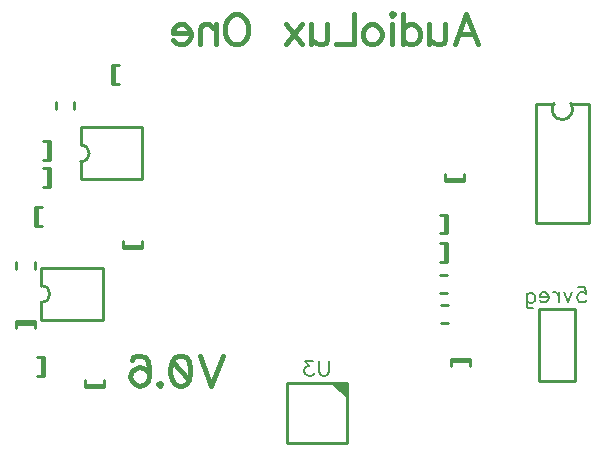
<source format=gbr>
G04 DipTrace 2.4.0.2*
%INBottomSilk.gbr*%
%MOIN*%
%ADD10C,0.0098*%
%ADD93C,0.0077*%
%ADD96C,0.0154*%
%FSLAX44Y44*%
G04*
G70*
G90*
G75*
G01*
%LNBotSilk*%
%LPD*%
X23500Y6530D2*
D10*
X22312D1*
Y8905D1*
X23500D1*
Y6530D1*
X20002Y7179D2*
X19372D1*
X20002Y7254D2*
X19372D1*
X20002D2*
Y7018D1*
X19372Y7254D2*
Y7018D1*
X19185Y13257D2*
X19814D1*
X19185Y13183D2*
X19814D1*
X19185D2*
Y13418D1*
X19814Y13183D2*
Y13418D1*
X19179Y11435D2*
Y12064D1*
X19254Y11435D2*
Y12064D1*
Y11435D2*
X19018D1*
X19254Y12064D2*
X19018D1*
X19179Y10497D2*
Y11127D1*
X19254Y10497D2*
Y11127D1*
Y10497D2*
X19018D1*
X19254Y11127D2*
X19018D1*
X5929Y12997D2*
Y13627D1*
X6004Y12997D2*
Y13627D1*
Y12997D2*
X5768D1*
X6004Y13627D2*
X5768D1*
X5741Y6686D2*
Y7315D1*
X5816Y6686D2*
Y7315D1*
Y6686D2*
X5580D1*
X5816Y7315D2*
X5580D1*
X5501Y8430D2*
X4872D1*
X5501Y8505D2*
X4872D1*
X5501D2*
Y8269D1*
X4872Y8505D2*
Y8269D1*
X5929Y13872D2*
Y14502D1*
X6004Y13872D2*
Y14502D1*
Y13872D2*
X5768D1*
X6004Y14502D2*
X5768D1*
X7185Y6383D2*
X7814D1*
X7185Y6308D2*
X7814D1*
X7185D2*
Y6544D1*
X7814Y6308D2*
Y6544D1*
X8446Y11019D2*
X9075D1*
X8446Y10944D2*
X9075D1*
X8446D2*
Y11180D1*
X9075Y10944D2*
Y11180D1*
X8144Y17053D2*
Y16424D1*
X8069Y17053D2*
Y16424D1*
Y17053D2*
X8305D1*
X8069Y16424D2*
X8305D1*
X5570Y12315D2*
Y11686D1*
X5495Y12315D2*
Y11686D1*
Y12315D2*
X5731D1*
X5495Y11686D2*
X5731D1*
X23961Y15765D2*
Y11782D1*
X22217Y15765D2*
Y11782D1*
X23961D2*
X22217D1*
X23961Y15765D2*
X23369D1*
X22809D2*
X22217D1*
X23369D2*
G02X22809Y15765I-280J-196D01*
G01*
X5726Y10285D2*
X7773D1*
X5726Y8553D2*
X7773D1*
Y10285D2*
Y8553D1*
X5726Y10285D2*
Y9696D1*
Y9141D2*
Y8553D1*
Y9696D2*
G02X5726Y9141I-1J-278D01*
G01*
X7038Y14971D2*
X9086D1*
X7038Y13239D2*
X9086D1*
Y14971D2*
Y13239D1*
X7038Y14971D2*
Y14383D1*
Y13828D2*
Y13239D1*
Y14383D2*
G02X7038Y13828I-1J-278D01*
G01*
X19254Y9435D2*
X19018D1*
X19254Y10064D2*
X19018D1*
X6196Y15569D2*
Y15805D1*
X6825Y15569D2*
Y15805D1*
X4872Y10246D2*
Y10482D1*
X5501Y10246D2*
Y10482D1*
X19041Y9064D2*
X19276D1*
X19041Y8435D2*
X19276D1*
X13902Y4462D2*
X15902D1*
Y6462D1*
X13902D1*
Y4462D1*
X15902Y6024D2*
X15401Y6462D1*
X15526D2*
X15839Y6149D1*
X15652Y6462D2*
X15902Y6212D1*
X15777Y6399D2*
X15839Y6337D1*
Y6399D2*
X15777Y6337D1*
X23618Y9637D2*
D93*
X23857D1*
X23880Y9422D1*
X23857Y9445D1*
X23785Y9470D1*
X23713D1*
X23642Y9445D1*
X23594Y9398D1*
X23570Y9326D1*
Y9279D1*
X23594Y9207D1*
X23642Y9159D1*
X23713Y9135D1*
X23785D1*
X23857Y9159D1*
X23880Y9183D1*
X23905Y9230D1*
X23415Y9470D2*
X23272Y9135D1*
X23129Y9470D1*
X22974D2*
Y9135D1*
Y9326D2*
X22950Y9398D1*
X22902Y9446D1*
X22854Y9470D1*
X22782D1*
X22628Y9326D2*
X22341D1*
Y9374D1*
X22365Y9422D1*
X22389Y9446D1*
X22437Y9470D1*
X22509D1*
X22556Y9446D1*
X22604Y9398D1*
X22628Y9326D1*
Y9279D1*
X22604Y9207D1*
X22556Y9159D1*
X22509Y9135D1*
X22437D1*
X22389Y9159D1*
X22341Y9207D1*
X21900Y9446D2*
Y9063D1*
X21924Y8992D1*
X21947Y8967D1*
X21995Y8944D1*
X22067D1*
X22115Y8967D1*
X21900Y9374D2*
X21947Y9422D1*
X21995Y9446D1*
X22067D1*
X22115Y9422D1*
X22163Y9374D1*
X22187Y9302D1*
Y9254D1*
X22163Y9183D1*
X22115Y9135D1*
X22067Y9111D1*
X21995D1*
X21947Y9135D1*
X21900Y9183D1*
X15314Y7194D2*
Y6835D1*
X15290Y6763D1*
X15242Y6716D1*
X15170Y6691D1*
X15122D1*
X15051Y6716D1*
X15003Y6763D1*
X14979Y6835D1*
Y7194D1*
X14776Y7193D2*
X14514D1*
X14657Y7002D1*
X14585D1*
X14538Y6978D1*
X14514Y6955D1*
X14489Y6883D1*
Y6835D1*
X14514Y6763D1*
X14561Y6715D1*
X14633Y6691D1*
X14705D1*
X14776Y6715D1*
X14800Y6740D1*
X14824Y6787D1*
X19494Y17735D2*
D96*
X19877Y18739D1*
X20260Y17735D1*
X20116Y18070D2*
X19638D1*
X19185Y18404D2*
Y17926D1*
X19137Y17783D1*
X19041Y17735D1*
X18898D1*
X18803Y17783D1*
X18659Y17926D1*
Y18404D2*
Y17735D1*
X17776Y18739D2*
Y17735D1*
Y18261D2*
X17871Y18357D1*
X17968Y18404D1*
X18111D1*
X18206Y18357D1*
X18303Y18261D1*
X18350Y18117D1*
Y18022D1*
X18303Y17878D1*
X18206Y17783D1*
X18111Y17735D1*
X17968D1*
X17871Y17783D1*
X17776Y17878D1*
X17468Y18739D2*
X17420Y18692D1*
X17371Y18739D1*
X17420Y18788D1*
X17468Y18739D1*
X17420Y18404D2*
Y17735D1*
X16824Y18404D2*
X16919Y18357D1*
X17015Y18261D1*
X17063Y18117D1*
Y18022D1*
X17015Y17878D1*
X16919Y17783D1*
X16824Y17735D1*
X16680D1*
X16584Y17783D1*
X16489Y17878D1*
X16440Y18022D1*
Y18117D1*
X16489Y18261D1*
X16584Y18357D1*
X16680Y18404D1*
X16824D1*
X16132Y18739D2*
Y17735D1*
X15558D1*
X15249Y18404D2*
Y17926D1*
X15202Y17783D1*
X15105Y17735D1*
X14962D1*
X14867Y17783D1*
X14723Y17926D1*
Y18404D2*
Y17735D1*
X14414Y18404D2*
X13888Y17735D1*
Y18404D2*
X14414Y17735D1*
X12320Y18739D2*
X12416Y18692D1*
X12511Y18596D1*
X12560Y18501D1*
X12607Y18357D1*
Y18117D1*
X12560Y17974D1*
X12511Y17878D1*
X12416Y17783D1*
X12320Y17735D1*
X12128D1*
X12033Y17783D1*
X11937Y17878D1*
X11890Y17974D1*
X11842Y18117D1*
Y18357D1*
X11890Y18501D1*
X11937Y18596D1*
X12033Y18692D1*
X12128Y18739D1*
X12320D1*
X11533Y18404D2*
Y17735D1*
Y18213D2*
X11390Y18357D1*
X11294Y18404D1*
X11151D1*
X11055Y18357D1*
X11007Y18213D1*
Y17735D1*
X10698Y18117D2*
X10125D1*
Y18213D1*
X10172Y18309D1*
X10220Y18357D1*
X10316Y18404D1*
X10460D1*
X10555Y18357D1*
X10651Y18261D1*
X10698Y18117D1*
Y18022D1*
X10651Y17878D1*
X10555Y17783D1*
X10460Y17735D1*
X10316D1*
X10220Y17783D1*
X10125Y17878D1*
X11766Y7363D2*
X11383Y6358D1*
X11001Y7363D1*
X10405Y7362D2*
X10548Y7315D1*
X10644Y7171D1*
X10692Y6932D1*
Y6788D1*
X10644Y6550D1*
X10548Y6406D1*
X10405Y6358D1*
X10309D1*
X10166Y6406D1*
X10071Y6550D1*
X10022Y6788D1*
Y6932D1*
X10071Y7171D1*
X10166Y7315D1*
X10309Y7362D1*
X10405D1*
X10071Y7171D2*
X10644Y6550D1*
X9666Y6455D2*
X9713Y6406D1*
X9666Y6358D1*
X9617Y6406D1*
X9666Y6455D1*
X8735Y7219D2*
X8782Y7315D1*
X8926Y7362D1*
X9021D1*
X9165Y7315D1*
X9261Y7171D1*
X9308Y6932D1*
Y6693D1*
X9261Y6502D1*
X9165Y6406D1*
X9021Y6358D1*
X8973D1*
X8831Y6406D1*
X8735Y6502D1*
X8687Y6646D1*
Y6693D1*
X8735Y6837D1*
X8831Y6932D1*
X8973Y6980D1*
X9021D1*
X9165Y6932D1*
X9261Y6837D1*
X9308Y6693D1*
M02*

</source>
